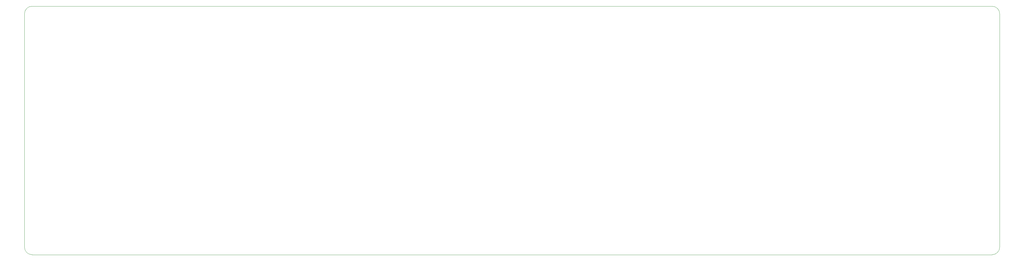
<source format=gm1>
G04 #@! TF.GenerationSoftware,KiCad,Pcbnew,(5.1.6)-1*
G04 #@! TF.CreationDate,2020-06-30T22:31:09-04:00*
G04 #@! TF.ProjectId,Trout-59,54726f75-742d-4353-992e-6b696361645f,rev?*
G04 #@! TF.SameCoordinates,Original*
G04 #@! TF.FileFunction,Profile,NP*
%FSLAX46Y46*%
G04 Gerber Fmt 4.6, Leading zero omitted, Abs format (unit mm)*
G04 Created by KiCad (PCBNEW (5.1.6)-1) date 2020-06-30 22:31:09*
%MOMM*%
%LPD*%
G01*
G04 APERTURE LIST*
G04 #@! TA.AperFunction,Profile*
%ADD10C,0.050000*%
G04 #@! TD*
G04 APERTURE END LIST*
D10*
X324643750Y-115887500D02*
X24606250Y-115887500D01*
X327025000Y-40481250D02*
X327025000Y-113506250D01*
X24606250Y-38100000D02*
X324643750Y-38100000D01*
X22225000Y-113506250D02*
X22225000Y-40481250D01*
X24606250Y-115887500D02*
G75*
G02*
X22225000Y-113506250I0J2381250D01*
G01*
X327025000Y-113506250D02*
G75*
G02*
X324643750Y-115887500I-2381250J0D01*
G01*
X324643750Y-38100000D02*
G75*
G02*
X327025000Y-40481250I0J-2381250D01*
G01*
X22225000Y-40481250D02*
G75*
G02*
X24606250Y-38100000I2381250J0D01*
G01*
M02*

</source>
